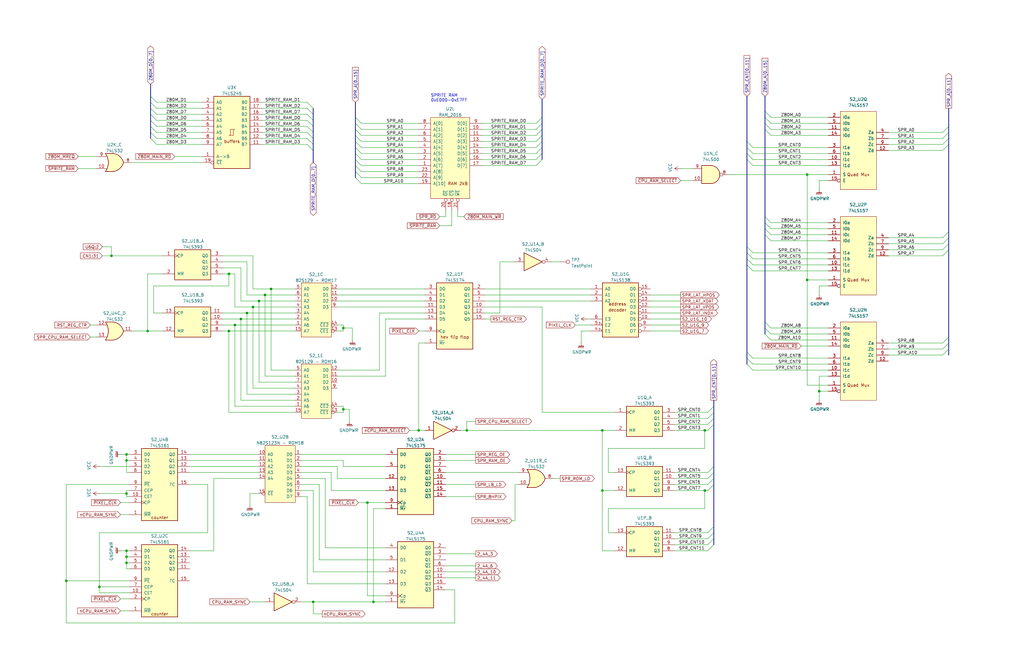
<source format=kicad_sch>
(kicad_sch (version 20230121) (generator eeschema)
  (paper "B")
  (title_block (title "Slapfight Arcade PCB") (company "Schematics created by Neil Ward & Anton Gale"))
  (junction (at 53.34 237.49))
  (junction (at 176.53 181.61))
  (junction (at 53.34 194.31))
  (junction (at 132.08 254))
  (junction (at 27.94 245.11))
  (junction (at 144.78 172.72))
  (junction (at 41.91 247.65))
  (junction (at 109.22 127))
  (junction (at 144.78 138.43))
  (junction (at 101.6 134.62))
  (junction (at 254 207.01))
  (junction (at 99.06 137.16))
  (junction (at 196.85 181.61))
  (junction (at 254 181.61))
  (junction (at 297.18 181.61))
  (junction (at 297.18 207.01))
  (junction (at 340.36 73.66))
  (junction (at 96.52 115.57))
  (junction (at 104.14 132.08))
  (junction (at 114.3 121.92))
  (junction (at 157.48 254))
  (junction (at 62.23 139.7))
  (junction (at 46.99 107.95))
  (junction (at 111.76 124.46))
  (junction (at 53.34 191.77))
  (junction (at 106.68 129.54))
  (junction (at 154.94 212.09))
  (junction (at 96.52 139.7))
  (junction (at 53.34 208.28))
  (junction (at 53.34 232.41))
  (junction (at 340.36 118.11))
  (junction (at 345.44 165.1))
  (junction (at 53.34 234.95))
  (bus_entry (at 152.4 77.47) (size -2.54 -2.54))
  (bus_entry (at 152.4 64.77) (size -2.54 -2.54))
  (bus_entry (at 298.45 224.79) (size 2.54 -2.54))
  (bus_entry (at 129.54 53.34) (size 2.54 2.54))
  (bus_entry (at 397.51 105.41) (size 2.54 -2.54))
  (bus_entry (at 317.5 153.67) (size -2.54 -2.54))
  (bus_entry (at 317.5 62.23) (size -2.54 -2.54))
  (bus_entry (at 129.54 58.42) (size 2.54 2.54))
  (bus_entry (at 325.12 143.51) (size -2.54 -2.54))
  (bus_entry (at 317.5 111.76) (size -2.54 -2.54))
  (bus_entry (at 66.04 45.72) (size -2.54 -2.54))
  (bus_entry (at 66.04 48.26) (size -2.54 -2.54))
  (bus_entry (at 298.45 229.87) (size 2.54 -2.54))
  (bus_entry (at 397.51 102.87) (size 2.54 -2.54))
  (bus_entry (at 152.4 52.07) (size -2.54 -2.54))
  (bus_entry (at 397.51 100.33) (size 2.54 -2.54))
  (bus_entry (at 226.06 62.23) (size 2.54 -2.54))
  (bus_entry (at 317.5 151.13) (size -2.54 -2.54))
  (bus_entry (at 152.4 62.23) (size -2.54 -2.54))
  (bus_entry (at 397.51 58.42) (size 2.54 -2.54))
  (bus_entry (at 226.06 59.69) (size 2.54 -2.54))
  (bus_entry (at 298.45 204.47) (size 2.54 -2.54))
  (bus_entry (at 66.04 58.42) (size -2.54 -2.54))
  (bus_entry (at 298.45 227.33) (size 2.54 -2.54))
  (bus_entry (at 129.54 48.26) (size 2.54 2.54))
  (bus_entry (at 152.4 54.61) (size -2.54 -2.54))
  (bus_entry (at 317.5 69.85) (size -2.54 -2.54))
  (bus_entry (at 226.06 69.85) (size 2.54 -2.54))
  (bus_entry (at 152.4 69.85) (size -2.54 -2.54))
  (bus_entry (at 226.06 67.31) (size 2.54 -2.54))
  (bus_entry (at 152.4 67.31) (size -2.54 -2.54))
  (bus_entry (at 325.12 138.43) (size -2.54 -2.54))
  (bus_entry (at 397.51 63.5) (size 2.54 -2.54))
  (bus_entry (at 317.5 67.31) (size -2.54 -2.54))
  (bus_entry (at 325.12 54.61) (size -2.54 -2.54))
  (bus_entry (at 325.12 52.07) (size -2.54 -2.54))
  (bus_entry (at 129.54 55.88) (size 2.54 2.54))
  (bus_entry (at 397.51 55.88) (size 2.54 -2.54))
  (bus_entry (at 317.5 109.22) (size -2.54 -2.54))
  (bus_entry (at 298.45 176.53) (size 2.54 -2.54))
  (bus_entry (at 298.45 173.99) (size 2.54 -2.54))
  (bus_entry (at 298.45 181.61) (size 2.54 -2.54))
  (bus_entry (at 298.45 179.07) (size 2.54 -2.54))
  (bus_entry (at 66.04 55.88) (size -2.54 -2.54))
  (bus_entry (at 397.51 107.95) (size 2.54 -2.54))
  (bus_entry (at 397.51 60.96) (size 2.54 -2.54))
  (bus_entry (at 317.5 114.3) (size -2.54 -2.54))
  (bus_entry (at 325.12 101.6) (size -2.54 -2.54))
  (bus_entry (at 325.12 93.98) (size -2.54 -2.54))
  (bus_entry (at 66.04 43.18) (size -2.54 -2.54))
  (bus_entry (at 152.4 74.93) (size -2.54 -2.54))
  (bus_entry (at 317.5 156.21) (size -2.54 -2.54))
  (bus_entry (at 317.5 106.68) (size -2.54 -2.54))
  (bus_entry (at 298.45 207.01) (size 2.54 -2.54))
  (bus_entry (at 226.06 52.07) (size 2.54 -2.54))
  (bus_entry (at 66.04 60.96) (size -2.54 -2.54))
  (bus_entry (at 129.54 60.96) (size 2.54 2.54))
  (bus_entry (at 66.04 53.34) (size -2.54 -2.54))
  (bus_entry (at 152.4 57.15) (size -2.54 -2.54))
  (bus_entry (at 325.12 49.53) (size -2.54 -2.54))
  (bus_entry (at 298.45 201.93) (size 2.54 -2.54))
  (bus_entry (at 152.4 72.39) (size -2.54 -2.54))
  (bus_entry (at 298.45 199.39) (size 2.54 -2.54))
  (bus_entry (at 129.54 45.72) (size 2.54 2.54))
  (bus_entry (at 325.12 99.06) (size -2.54 -2.54))
  (bus_entry (at 325.12 96.52) (size -2.54 -2.54))
  (bus_entry (at 298.45 232.41) (size 2.54 -2.54))
  (bus_entry (at 226.06 64.77) (size 2.54 -2.54))
  (bus_entry (at 397.51 147.32) (size 2.54 -2.54))
  (bus_entry (at 317.5 64.77) (size -2.54 -2.54))
  (bus_entry (at 325.12 57.15) (size -2.54 -2.54))
  (bus_entry (at 66.04 50.8) (size -2.54 -2.54))
  (bus_entry (at 397.51 149.86) (size 2.54 -2.54))
  (bus_entry (at 325.12 140.97) (size -2.54 -2.54))
  (bus_entry (at 226.06 57.15) (size 2.54 -2.54))
  (bus_entry (at 397.51 144.78) (size 2.54 -2.54))
  (bus_entry (at 129.54 43.18) (size 2.54 2.54))
  (bus_entry (at 226.06 54.61) (size 2.54 -2.54))
  (bus_entry (at 129.54 50.8) (size 2.54 2.54))
  (bus_entry (at 152.4 59.69) (size -2.54 -2.54))
  (wire (pts (xy 144.78 196.85) (xy 162.56 196.85)))
  (wire (pts (xy 176.53 62.23) (xy 152.4 62.23)))
  (wire (pts (xy 228.6 173.99) (xy 259.08 173.99)))
  (wire (pts (xy 38.1 137.16) (xy 40.64 137.16)))
  (bus (pts (xy 63.5 55.88) (xy 63.5 53.34)))
  (wire (pts (xy 54.61 199.39) (xy 53.34 199.39)))
  (bus (pts (xy 314.96 40.64) (xy 314.96 59.69)))
  (wire (pts (xy 340.36 73.66) (xy 349.25 73.66)))
  (wire (pts (xy 162.56 214.63) (xy 157.48 214.63)))
  (wire (pts (xy 99.06 115.57) (xy 99.06 129.54)))
  (bus (pts (xy 300.99 199.39) (xy 300.99 201.93)))
  (bus (pts (xy 300.99 227.33) (xy 300.99 229.87)))
  (wire (pts (xy 217.17 204.47) (xy 217.17 219.71)))
  (bus (pts (xy 63.5 45.72) (xy 63.5 43.18)))
  (bus (pts (xy 149.86 62.23) (xy 149.86 64.77)))
  (wire (pts (xy 176.53 59.69) (xy 152.4 59.69)))
  (wire (pts (xy 142.24 201.93) (xy 162.56 201.93)))
  (wire (pts (xy 349.25 158.75) (xy 345.44 158.75)))
  (wire (pts (xy 104.14 124.46) (xy 104.14 110.49)))
  (wire (pts (xy 193.04 88.9) (xy 193.04 91.44)))
  (wire (pts (xy 55.88 139.7) (xy 62.23 139.7)))
  (wire (pts (xy 124.46 161.29) (xy 109.22 161.29)))
  (wire (pts (xy 274.32 129.54) (xy 287.02 129.54)))
  (wire (pts (xy 124.46 163.83) (xy 106.68 163.83)))
  (wire (pts (xy 210.82 132.08) (xy 210.82 110.49)))
  (wire (pts (xy 317.5 106.68) (xy 349.25 106.68)))
  (wire (pts (xy 245.11 139.7) (xy 245.11 144.78)))
  (wire (pts (xy 41.91 208.28) (xy 53.34 208.28)))
  (wire (pts (xy 187.96 233.68) (xy 200.66 233.68)))
  (wire (pts (xy 191.77 248.92) (xy 191.77 262.89)))
  (bus (pts (xy 149.86 43.18) (xy 149.86 49.53)))
  (wire (pts (xy 62.23 115.57) (xy 62.23 139.7)))
  (wire (pts (xy 110.49 60.96) (xy 129.54 60.96)))
  (wire (pts (xy 85.09 48.26) (xy 66.04 48.26)))
  (wire (pts (xy 297.18 181.61) (xy 298.45 181.61)))
  (bus (pts (xy 132.08 58.42) (xy 132.08 60.96)))
  (wire (pts (xy 176.53 52.07) (xy 152.4 52.07)))
  (wire (pts (xy 127 191.77) (xy 162.56 191.77)))
  (wire (pts (xy 349.25 140.97) (xy 325.12 140.97)))
  (bus (pts (xy 149.86 49.53) (xy 149.86 52.07)))
  (wire (pts (xy 254 207.01) (xy 254 181.61)))
  (wire (pts (xy 142.24 171.45) (xy 144.78 171.45)))
  (wire (pts (xy 349.25 52.07) (xy 325.12 52.07)))
  (bus (pts (xy 149.86 54.61) (xy 149.86 57.15)))
  (wire (pts (xy 68.58 139.7) (xy 62.23 139.7)))
  (wire (pts (xy 41.91 247.65) (xy 54.61 247.65)))
  (wire (pts (xy 96.52 139.7) (xy 124.46 139.7)))
  (wire (pts (xy 254 232.41) (xy 254 207.01)))
  (bus (pts (xy 322.58 46.99) (xy 322.58 49.53)))
  (wire (pts (xy 110.49 43.18) (xy 129.54 43.18)))
  (bus (pts (xy 300.99 196.85) (xy 300.99 199.39)))
  (wire (pts (xy 53.34 234.95) (xy 53.34 232.41)))
  (wire (pts (xy 317.5 114.3) (xy 349.25 114.3)))
  (bus (pts (xy 149.86 69.85) (xy 149.86 72.39)))
  (wire (pts (xy 374.65 58.42) (xy 397.51 58.42)))
  (wire (pts (xy 284.48 204.47) (xy 298.45 204.47)))
  (wire (pts (xy 187.96 191.77) (xy 200.66 191.77)))
  (wire (pts (xy 176.53 69.85) (xy 152.4 69.85)))
  (wire (pts (xy 187.96 248.92) (xy 191.77 248.92)))
  (bus (pts (xy 132.08 48.26) (xy 132.08 50.8)))
  (wire (pts (xy 53.34 232.41) (xy 50.8 232.41)))
  (bus (pts (xy 228.6 59.69) (xy 228.6 57.15)))
  (wire (pts (xy 187.96 241.3) (xy 200.66 241.3)))
  (wire (pts (xy 85.09 50.8) (xy 66.04 50.8)))
  (wire (pts (xy 187.96 209.55) (xy 200.66 209.55)))
  (wire (pts (xy 85.09 55.88) (xy 66.04 55.88)))
  (bus (pts (xy 322.58 54.61) (xy 322.58 91.44)))
  (wire (pts (xy 109.22 161.29) (xy 109.22 127)))
  (wire (pts (xy 284.48 176.53) (xy 298.45 176.53)))
  (wire (pts (xy 345.44 120.65) (xy 349.25 120.65)))
  (wire (pts (xy 284.48 179.07) (xy 298.45 179.07)))
  (wire (pts (xy 96.52 173.99) (xy 96.52 139.7)))
  (wire (pts (xy 187.96 88.9) (xy 187.96 91.44)))
  (wire (pts (xy 142.24 139.7) (xy 144.78 139.7)))
  (wire (pts (xy 101.6 168.91) (xy 101.6 134.62)))
  (wire (pts (xy 274.32 124.46) (xy 287.02 124.46)))
  (wire (pts (xy 144.78 137.16) (xy 144.78 138.43)))
  (wire (pts (xy 93.98 137.16) (xy 99.06 137.16)))
  (wire (pts (xy 176.53 181.61) (xy 179.07 181.61)))
  (wire (pts (xy 204.47 127) (xy 248.92 127)))
  (wire (pts (xy 110.49 45.72) (xy 129.54 45.72)))
  (wire (pts (xy 345.44 158.75) (xy 345.44 165.1)))
  (wire (pts (xy 254 207.01) (xy 259.08 207.01)))
  (bus (pts (xy 149.86 64.77) (xy 149.86 67.31)))
  (wire (pts (xy 142.24 137.16) (xy 144.78 137.16)))
  (wire (pts (xy 96.52 115.57) (xy 99.06 115.57)))
  (bus (pts (xy 400.05 58.42) (xy 400.05 55.88)))
  (wire (pts (xy 96.52 120.65) (xy 64.77 120.65)))
  (wire (pts (xy 345.44 165.1) (xy 349.25 165.1)))
  (bus (pts (xy 228.6 62.23) (xy 228.6 59.69)))
  (bus (pts (xy 400.05 55.88) (xy 400.05 53.34)))
  (wire (pts (xy 50.8 212.09) (xy 54.61 212.09)))
  (wire (pts (xy 104.14 110.49) (xy 93.98 110.49)))
  (wire (pts (xy 287.02 76.2) (xy 292.1 76.2)))
  (wire (pts (xy 187.96 199.39) (xy 218.44 199.39)))
  (wire (pts (xy 232.41 110.49) (xy 236.22 110.49)))
  (wire (pts (xy 191.77 262.89) (xy 27.94 262.89)))
  (wire (pts (xy 106.68 129.54) (xy 99.06 129.54)))
  (wire (pts (xy 93.98 139.7) (xy 96.52 139.7)))
  (wire (pts (xy 160.02 132.08) (xy 179.07 132.08)))
  (wire (pts (xy 80.01 204.47) (xy 87.63 204.47)))
  (wire (pts (xy 374.65 147.32) (xy 397.51 147.32)))
  (wire (pts (xy 210.82 110.49) (xy 217.17 110.49)))
  (wire (pts (xy 50.8 257.81) (xy 54.61 257.81)))
  (wire (pts (xy 43.18 104.14) (xy 46.99 104.14)))
  (bus (pts (xy 228.6 54.61) (xy 228.6 52.07)))
  (wire (pts (xy 127 199.39) (xy 139.7 199.39)))
  (wire (pts (xy 176.53 144.78) (xy 176.53 181.61)))
  (wire (pts (xy 105.41 254) (xy 111.76 254)))
  (bus (pts (xy 149.86 59.69) (xy 149.86 62.23)))
  (wire (pts (xy 54.61 232.41) (xy 53.34 232.41)))
  (wire (pts (xy 160.02 156.21) (xy 160.02 132.08)))
  (wire (pts (xy 142.24 156.21) (xy 160.02 156.21)))
  (wire (pts (xy 33.02 66.04) (xy 40.64 66.04)))
  (wire (pts (xy 172.72 181.61) (xy 176.53 181.61)))
  (wire (pts (xy 139.7 199.39) (xy 139.7 207.01)))
  (wire (pts (xy 93.98 132.08) (xy 104.14 132.08)))
  (wire (pts (xy 284.48 173.99) (xy 298.45 173.99)))
  (wire (pts (xy 203.2 64.77) (xy 226.06 64.77)))
  (bus (pts (xy 63.5 48.26) (xy 63.5 45.72)))
  (wire (pts (xy 345.44 120.65) (xy 345.44 124.46)))
  (bus (pts (xy 400.05 144.78) (xy 400.05 147.32)))
  (wire (pts (xy 256.54 189.23) (xy 297.18 189.23)))
  (wire (pts (xy 53.34 209.55) (xy 53.34 208.28)))
  (wire (pts (xy 142.24 121.92) (xy 179.07 121.92)))
  (wire (pts (xy 54.61 194.31) (xy 53.34 194.31)))
  (wire (pts (xy 151.13 212.09) (xy 154.94 212.09)))
  (bus (pts (xy 300.99 176.53) (xy 300.99 179.07)))
  (wire (pts (xy 203.2 54.61) (xy 226.06 54.61)))
  (bus (pts (xy 400.05 100.33) (xy 400.05 102.87)))
  (wire (pts (xy 374.65 55.88) (xy 397.51 55.88)))
  (bus (pts (xy 314.96 109.22) (xy 314.96 111.76)))
  (wire (pts (xy 144.78 138.43) (xy 144.78 139.7)))
  (bus (pts (xy 400.05 142.24) (xy 400.05 144.78)))
  (wire (pts (xy 284.48 207.01) (xy 297.18 207.01)))
  (bus (pts (xy 63.5 58.42) (xy 63.5 55.88)))
  (wire (pts (xy 187.96 238.76) (xy 200.66 238.76)))
  (wire (pts (xy 27.94 245.11) (xy 54.61 245.11)))
  (wire (pts (xy 50.8 217.17) (xy 54.61 217.17)))
  (wire (pts (xy 196.85 181.61) (xy 254 181.61)))
  (wire (pts (xy 200.66 177.8) (xy 196.85 177.8)))
  (wire (pts (xy 179.07 134.62) (xy 162.56 134.62)))
  (wire (pts (xy 274.32 132.08) (xy 287.02 132.08)))
  (bus (pts (xy 400.05 102.87) (xy 400.05 105.41)))
  (bus (pts (xy 400.05 105.41) (xy 400.05 142.24)))
  (wire (pts (xy 132.08 259.08) (xy 132.08 254)))
  (wire (pts (xy 144.78 138.43) (xy 148.59 138.43)))
  (wire (pts (xy 374.65 63.5) (xy 397.51 63.5)))
  (wire (pts (xy 111.76 124.46) (xy 104.14 124.46)))
  (wire (pts (xy 349.25 138.43) (xy 325.12 138.43)))
  (wire (pts (xy 85.09 45.72) (xy 66.04 45.72)))
  (wire (pts (xy 41.91 224.79) (xy 41.91 247.65)))
  (bus (pts (xy 314.96 62.23) (xy 314.96 64.77)))
  (wire (pts (xy 85.09 60.96) (xy 66.04 60.96)))
  (bus (pts (xy 228.6 64.77) (xy 228.6 62.23)))
  (wire (pts (xy 284.48 227.33) (xy 298.45 227.33)))
  (wire (pts (xy 27.94 262.89) (xy 27.94 245.11)))
  (wire (pts (xy 287.02 71.12) (xy 292.1 71.12)))
  (wire (pts (xy 157.48 214.63) (xy 157.48 254)))
  (wire (pts (xy 349.25 118.11) (xy 340.36 118.11)))
  (wire (pts (xy 144.78 172.72) (xy 147.32 172.72)))
  (wire (pts (xy 80.01 199.39) (xy 109.22 199.39)))
  (wire (pts (xy 142.24 196.85) (xy 142.24 201.93)))
  (wire (pts (xy 187.96 243.84) (xy 200.66 243.84)))
  (wire (pts (xy 124.46 171.45) (xy 99.06 171.45)))
  (wire (pts (xy 203.2 57.15) (xy 226.06 57.15)))
  (wire (pts (xy 185.42 95.25) (xy 190.5 95.25)))
  (wire (pts (xy 215.9 219.71) (xy 217.17 219.71)))
  (wire (pts (xy 127 196.85) (xy 142.24 196.85)))
  (wire (pts (xy 54.61 204.47) (xy 27.94 204.47)))
  (wire (pts (xy 54.61 237.49) (xy 53.34 237.49)))
  (bus (pts (xy 300.99 179.07) (xy 300.99 196.85)))
  (wire (pts (xy 349.25 101.6) (xy 325.12 101.6)))
  (wire (pts (xy 317.5 153.67) (xy 349.25 153.67)))
  (wire (pts (xy 256.54 189.23) (xy 256.54 199.39)))
  (wire (pts (xy 53.34 240.03) (xy 53.34 237.49)))
  (bus (pts (xy 149.86 52.07) (xy 149.86 54.61)))
  (bus (pts (xy 132.08 50.8) (xy 132.08 53.34)))
  (wire (pts (xy 41.91 247.65) (xy 41.91 250.19)))
  (wire (pts (xy 124.46 129.54) (xy 106.68 129.54)))
  (wire (pts (xy 256.54 214.63) (xy 256.54 224.79)))
  (bus (pts (xy 300.99 173.99) (xy 300.99 176.53)))
  (bus (pts (xy 322.58 138.43) (xy 322.58 140.97)))
  (wire (pts (xy 154.94 212.09) (xy 154.94 251.46)))
  (wire (pts (xy 41.91 250.19) (xy 54.61 250.19)))
  (wire (pts (xy 193.04 91.44) (xy 195.58 91.44)))
  (wire (pts (xy 132.08 254) (xy 157.48 254)))
  (wire (pts (xy 218.44 204.47) (xy 217.17 204.47)))
  (wire (pts (xy 204.47 129.54) (xy 228.6 129.54)))
  (wire (pts (xy 135.89 259.08) (xy 132.08 259.08)))
  (wire (pts (xy 111.76 158.75) (xy 111.76 124.46)))
  (bus (pts (xy 400.05 60.96) (xy 400.05 58.42)))
  (wire (pts (xy 349.25 49.53) (xy 325.12 49.53)))
  (wire (pts (xy 259.08 232.41) (xy 254 232.41)))
  (wire (pts (xy 176.53 72.39) (xy 152.4 72.39)))
  (bus (pts (xy 300.99 201.93) (xy 300.99 204.47)))
  (wire (pts (xy 90.17 232.41) (xy 80.01 232.41)))
  (wire (pts (xy 256.54 214.63) (xy 297.18 214.63)))
  (wire (pts (xy 254 181.61) (xy 259.08 181.61)))
  (wire (pts (xy 41.91 196.85) (xy 54.61 196.85)))
  (wire (pts (xy 337.82 146.05) (xy 349.25 146.05)))
  (wire (pts (xy 345.44 76.2) (xy 349.25 76.2)))
  (wire (pts (xy 85.09 53.34) (xy 66.04 53.34)))
  (bus (pts (xy 322.58 93.98) (xy 322.58 96.52)))
  (wire (pts (xy 340.36 118.11) (xy 340.36 73.66)))
  (wire (pts (xy 256.54 224.79) (xy 259.08 224.79)))
  (wire (pts (xy 137.16 201.93) (xy 137.16 231.14)))
  (wire (pts (xy 134.62 236.22) (xy 134.62 204.47)))
  (bus (pts (xy 63.5 40.64) (xy 63.5 35.56)))
  (wire (pts (xy 176.53 77.47) (xy 152.4 77.47)))
  (wire (pts (xy 317.5 111.76) (xy 349.25 111.76)))
  (wire (pts (xy 204.47 124.46) (xy 248.92 124.46)))
  (wire (pts (xy 33.02 71.12) (xy 40.64 71.12)))
  (wire (pts (xy 96.52 115.57) (xy 96.52 120.65)))
  (bus (pts (xy 63.5 43.18) (xy 63.5 40.64)))
  (wire (pts (xy 190.5 95.25) (xy 190.5 88.9)))
  (wire (pts (xy 187.96 204.47) (xy 200.66 204.47)))
  (wire (pts (xy 110.49 50.8) (xy 129.54 50.8)))
  (wire (pts (xy 228.6 129.54) (xy 228.6 173.99)))
  (wire (pts (xy 317.5 151.13) (xy 349.25 151.13)))
  (wire (pts (xy 87.63 204.47) (xy 87.63 224.79)))
  (wire (pts (xy 73.66 66.04) (xy 85.09 66.04)))
  (wire (pts (xy 127 194.31) (xy 144.78 194.31)))
  (bus (pts (xy 322.58 96.52) (xy 322.58 99.06)))
  (wire (pts (xy 349.25 57.15) (xy 325.12 57.15)))
  (wire (pts (xy 106.68 107.95) (xy 93.98 107.95)))
  (wire (pts (xy 87.63 224.79) (xy 41.91 224.79)))
  (wire (pts (xy 99.06 137.16) (xy 124.46 137.16)))
  (wire (pts (xy 46.99 104.14) (xy 46.99 107.95)))
  (wire (pts (xy 297.18 181.61) (xy 297.18 189.23)))
  (wire (pts (xy 53.34 208.28) (xy 53.34 207.01)))
  (wire (pts (xy 162.56 236.22) (xy 134.62 236.22)))
  (wire (pts (xy 127 201.93) (xy 137.16 201.93)))
  (wire (pts (xy 106.68 163.83) (xy 106.68 129.54)))
  (wire (pts (xy 345.44 76.2) (xy 345.44 80.01)))
  (wire (pts (xy 374.65 144.78) (xy 397.51 144.78)))
  (bus (pts (xy 400.05 60.96) (xy 400.05 97.79)))
  (wire (pts (xy 284.48 201.93) (xy 298.45 201.93)))
  (wire (pts (xy 284.48 224.79) (xy 298.45 224.79)))
  (wire (pts (xy 38.1 142.24) (xy 40.64 142.24)))
  (wire (pts (xy 101.6 127) (xy 101.6 113.03)))
  (wire (pts (xy 110.49 58.42) (xy 129.54 58.42)))
  (bus (pts (xy 322.58 135.89) (xy 322.58 138.43)))
  (wire (pts (xy 142.24 173.99) (xy 144.78 173.99)))
  (wire (pts (xy 134.62 204.47) (xy 127 204.47)))
  (wire (pts (xy 154.94 251.46) (xy 162.56 251.46)))
  (wire (pts (xy 340.36 162.56) (xy 340.36 118.11)))
  (wire (pts (xy 104.14 132.08) (xy 124.46 132.08)))
  (wire (pts (xy 374.65 105.41) (xy 397.51 105.41)))
  (wire (pts (xy 93.98 134.62) (xy 101.6 134.62)))
  (wire (pts (xy 109.22 127) (xy 101.6 127)))
  (bus (pts (xy 314.96 148.59) (xy 314.96 151.13)))
  (wire (pts (xy 284.48 232.41) (xy 298.45 232.41)))
  (wire (pts (xy 127 254) (xy 132.08 254)))
  (wire (pts (xy 274.32 127) (xy 287.02 127)))
  (wire (pts (xy 85.09 58.42) (xy 66.04 58.42)))
  (bus (pts (xy 314.96 106.68) (xy 314.96 109.22)))
  (wire (pts (xy 203.2 62.23) (xy 226.06 62.23)))
  (bus (pts (xy 300.99 222.25) (xy 300.99 224.79)))
  (wire (pts (xy 176.53 74.93) (xy 152.4 74.93)))
  (wire (pts (xy 162.56 246.38) (xy 129.54 246.38)))
  (bus (pts (xy 322.58 91.44) (xy 322.58 93.98)))
  (wire (pts (xy 317.5 156.21) (xy 349.25 156.21)))
  (wire (pts (xy 127 209.55) (xy 129.54 209.55)))
  (bus (pts (xy 314.96 151.13) (xy 314.96 153.67)))
  (bus (pts (xy 132.08 63.5) (xy 132.08 68.58)))
  (wire (pts (xy 124.46 127) (xy 109.22 127)))
  (bus (pts (xy 63.5 53.34) (xy 63.5 50.8)))
  (bus (pts (xy 400.05 147.32) (xy 400.05 149.86)))
  (wire (pts (xy 127 207.01) (xy 132.08 207.01)))
  (bus (pts (xy 400.05 53.34) (xy 400.05 45.72)))
  (wire (pts (xy 203.2 59.69) (xy 226.06 59.69)))
  (wire (pts (xy 53.34 194.31) (xy 53.34 191.77)))
  (wire (pts (xy 54.61 191.77) (xy 53.34 191.77)))
  (wire (pts (xy 307.34 73.66) (xy 340.36 73.66)))
  (wire (pts (xy 317.5 62.23) (xy 349.25 62.23)))
  (wire (pts (xy 176.53 57.15) (xy 152.4 57.15)))
  (wire (pts (xy 144.78 171.45) (xy 144.78 172.72)))
  (bus (pts (xy 314.96 64.77) (xy 314.96 67.31)))
  (wire (pts (xy 284.48 199.39) (xy 298.45 199.39)))
  (wire (pts (xy 203.2 67.31) (xy 226.06 67.31)))
  (wire (pts (xy 80.01 194.31) (xy 109.22 194.31)))
  (wire (pts (xy 104.14 166.37) (xy 104.14 132.08)))
  (bus (pts (xy 63.5 50.8) (xy 63.5 48.26)))
  (wire (pts (xy 284.48 229.87) (xy 298.45 229.87)))
  (bus (pts (xy 228.6 67.31) (xy 228.6 64.77)))
  (wire (pts (xy 248.92 139.7) (xy 245.11 139.7)))
  (wire (pts (xy 176.53 139.7) (xy 179.07 139.7)))
  (bus (pts (xy 314.96 111.76) (xy 314.96 148.59)))
  (wire (pts (xy 142.24 127) (xy 179.07 127)))
  (wire (pts (xy 142.24 124.46) (xy 179.07 124.46)))
  (wire (pts (xy 144.78 194.31) (xy 144.78 196.85)))
  (wire (pts (xy 162.56 134.62) (xy 162.56 158.75)))
  (bus (pts (xy 228.6 52.07) (xy 228.6 49.53)))
  (wire (pts (xy 46.99 107.95) (xy 68.58 107.95)))
  (wire (pts (xy 176.53 67.31) (xy 152.4 67.31)))
  (wire (pts (xy 233.68 201.93) (xy 236.22 201.93)))
  (wire (pts (xy 27.94 204.47) (xy 27.94 245.11)))
  (bus (pts (xy 314.96 59.69) (xy 314.96 62.23)))
  (wire (pts (xy 62.23 115.57) (xy 68.58 115.57)))
  (wire (pts (xy 101.6 134.62) (xy 124.46 134.62)))
  (wire (pts (xy 317.5 67.31) (xy 349.25 67.31)))
  (wire (pts (xy 50.8 252.73) (xy 54.61 252.73)))
  (bus (pts (xy 149.86 67.31) (xy 149.86 69.85)))
  (wire (pts (xy 64.77 120.65) (xy 64.77 132.08)))
  (wire (pts (xy 187.96 194.31) (xy 200.66 194.31)))
  (wire (pts (xy 349.25 162.56) (xy 340.36 162.56)))
  (bus (pts (xy 300.99 224.79) (xy 300.99 227.33)))
  (wire (pts (xy 142.24 129.54) (xy 179.07 129.54)))
  (wire (pts (xy 274.32 137.16) (xy 287.02 137.16)))
  (wire (pts (xy 247.65 134.62) (xy 248.92 134.62)))
  (wire (pts (xy 176.53 54.61) (xy 152.4 54.61)))
  (wire (pts (xy 53.34 194.31) (xy 53.34 199.39)))
  (wire (pts (xy 196.85 177.8) (xy 196.85 181.61)))
  (wire (pts (xy 124.46 124.46) (xy 111.76 124.46)))
  (wire (pts (xy 139.7 207.01) (xy 162.56 207.01)))
  (bus (pts (xy 132.08 45.72) (xy 132.08 48.26)))
  (wire (pts (xy 256.54 199.39) (xy 259.08 199.39)))
  (wire (pts (xy 162.56 158.75) (xy 142.24 158.75)))
  (wire (pts (xy 132.08 207.01) (xy 132.08 241.3)))
  (bus (pts (xy 322.58 49.53) (xy 322.58 52.07)))
  (wire (pts (xy 203.2 69.85) (xy 226.06 69.85)))
  (bus (pts (xy 132.08 60.96) (xy 132.08 63.5)))
  (wire (pts (xy 274.32 134.62) (xy 287.02 134.62)))
  (wire (pts (xy 99.06 171.45) (xy 99.06 137.16)))
  (wire (pts (xy 345.44 165.1) (xy 345.44 168.91)))
  (wire (pts (xy 242.57 137.16) (xy 248.92 137.16)))
  (wire (pts (xy 93.98 115.57) (xy 96.52 115.57)))
  (wire (pts (xy 317.5 69.85) (xy 349.25 69.85)))
  (wire (pts (xy 114.3 121.92) (xy 106.68 121.92)))
  (wire (pts (xy 53.34 237.49) (xy 53.34 234.95)))
  (wire (pts (xy 101.6 113.03) (xy 93.98 113.03)))
  (wire (pts (xy 85.09 43.18) (xy 66.04 43.18)))
  (wire (pts (xy 124.46 173.99) (xy 96.52 173.99)))
  (wire (pts (xy 297.18 207.01) (xy 297.18 214.63)))
  (wire (pts (xy 176.53 64.77) (xy 152.4 64.77)))
  (wire (pts (xy 80.01 196.85) (xy 109.22 196.85)))
  (wire (pts (xy 157.48 254) (xy 162.56 254)))
  (wire (pts (xy 55.88 68.58) (xy 85.09 68.58)))
  (wire (pts (xy 124.46 168.91) (xy 101.6 168.91)))
  (bus (pts (xy 228.6 49.53) (xy 228.6 41.91)))
  (wire (pts (xy 144.78 172.72) (xy 144.78 173.99)))
  (bus (pts (xy 149.86 57.15) (xy 149.86 59.69)))
  (wire (pts (xy 194.31 181.61) (xy 196.85 181.61)))
  (wire (pts (xy 204.47 132.08) (xy 210.82 132.08)))
  (wire (pts (xy 90.17 201.93) (xy 90.17 232.41)))
  (wire (pts (xy 109.22 201.93) (xy 90.17 201.93)))
  (wire (pts (xy 204.47 134.62) (xy 207.01 134.62)))
  (bus (pts (xy 314.96 67.31) (xy 314.96 104.14)))
  (bus (pts (xy 300.99 204.47) (xy 300.99 222.25)))
  (bus (pts (xy 132.08 55.88) (xy 132.08 58.42)))
  (wire (pts (xy 124.46 158.75) (xy 111.76 158.75)))
  (wire (pts (xy 349.25 143.51) (xy 325.12 143.51)))
  (wire (pts (xy 317.5 109.22) (xy 349.25 109.22)))
  (wire (pts (xy 179.07 144.78) (xy 176.53 144.78)))
  (bus (pts (xy 322.58 99.06) (xy 322.58 135.89)))
  (wire (pts (xy 284.48 181.61) (xy 297.18 181.61)))
  (bus (pts (xy 300.99 168.91) (xy 300.99 171.45)))
  (wire (pts (xy 185.42 91.44) (xy 187.96 91.44)))
  (bus (pts (xy 300.99 171.45) (xy 300.99 173.99)))
  (wire (pts (xy 349.25 99.06) (xy 325.12 99.06)))
  (wire (pts (xy 124.46 156.21) (xy 114.3 156.21)))
  (wire (pts (xy 374.65 107.95) (xy 397.51 107.95)))
  (wire (pts (xy 124.46 121.92) (xy 114.3 121.92)))
  (bus (pts (xy 149.86 72.39) (xy 149.86 74.93)))
  (bus (pts (xy 322.58 40.64) (xy 322.58 46.99)))
  (wire (pts (xy 106.68 121.92) (xy 106.68 107.95)))
  (wire (pts (xy 374.65 102.87) (xy 397.51 102.87)))
  (wire (pts (xy 80.01 191.77) (xy 109.22 191.77)))
  (wire (pts (xy 53.34 207.01) (xy 54.61 207.01)))
  (bus (pts (xy 322.58 52.07) (xy 322.58 54.61)))
  (wire (pts (xy 147.32 172.72) (xy 147.32 177.8)))
  (wire (pts (xy 124.46 166.37) (xy 104.14 166.37)))
  (bus (pts (xy 400.05 97.79) (xy 400.05 100.33)))
  (bus (pts (xy 132.08 53.34) (xy 132.08 55.88)))
  (wire (pts (xy 53.34 191.77) (xy 50.8 191.77)))
  (wire (pts (xy 317.5 64.77) (xy 349.25 64.77)))
  (wire (pts (xy 105.41 208.28) (xy 105.41 213.36)))
  (wire (pts (xy 297.18 207.01) (xy 298.45 207.01)))
  (wire (pts (xy 54.61 240.03) (xy 53.34 240.03)))
  (wire (pts (xy 110.49 53.34) (xy 129.54 53.34)))
  (bus (pts (xy 314.96 104.14) (xy 314.96 106.68)))
  (bus (pts (xy 228.6 57.15) (xy 228.6 54.61)))
  (wire (pts (xy 110.49 55.88) (xy 129.54 55.88)))
  (wire (pts (xy 204.47 121.92) (xy 248.92 121.92)))
  (wire (pts (xy 110.49 48.26) (xy 129.54 48.26)))
  (wire (pts (xy 109.22 208.28) (xy 105.41 208.28)))
  (wire (pts (xy 154.94 212.09) (xy 162.56 212.09)))
  (wire (pts (xy 148.59 138.43) (xy 148.59 143.51)))
  (wire (pts (xy 64.77 132.08) (xy 68.58 132.08)))
  (wire (pts (xy 54.61 234.95) (xy 53.34 234.95)))
  (wire (pts (xy 374.65 60.96) (xy 397.51 60.96)))
  (wire (pts (xy 137.16 231.14) (xy 162.56 231.14)))
  (wire (pts (xy 132.08 241.3) (xy 162.56 241.3)))
  (wire (pts (xy 54.61 209.55) (xy 53.34 209.55)))
  (wire (pts (xy 203.2 52.07) (xy 226.06 52.07)))
  (wire (pts (xy 349.25 54.61) (xy 325.12 54.61)))
  (wire (pts (xy 274.32 139.7) (xy 287.02 139.7)))
  (wire (pts (xy 43.18 107.95) (xy 46.99 107.95)))
  (wire (pts (xy 374.65 149.86) (xy 397.51 149.86)))
  (wire (pts (xy 374.65 100.33) (xy 397.51 100.33)))
  (wire (pts (xy 349.25 93.98) (xy 325.12 93.98)))
  (wire (pts (xy 129.54 246.38) (xy 129.54 209.55)))
  (wire (pts (xy 349.25 96.52) (xy 325.12 96.52)))
  (wire (pts (xy 114.3 156.21) (xy 114.3 121.92)))
  (text "SPRITE RAM\n0xE000-0xE7FF" (at 181.61 43.18 0) (effects (font (size 1.27 1.27)) (justify left bottom)))
  (label "SPR_CNT5" (at 285.764 201.93 0))
  (label "SPRITE_RAM_D1" (at 207.01 54.61 0))
  (label "SPR_CNT1" (at 337.82 64.77 180))
  (label "Z80M_A4" (at 337.82 93.98 180))
  (label "Z80M_D2" (at 78.74 45.72 180))
  (label "SPR_A0" (at 378.46 55.88 0))
  (label "SPR_CNT10" (at 337.834 156.21 180))
  (label "SPR_A3" (at 378.46 63.5 0))
  (label "Z80M_A1" (at 337.82 52.07 180))
  (label "Z80M_A5" (at 337.82 96.52 180))
  (label "SPRITE_RAM_D4" (at 111.76 58.42 0))
  (label "SPR_A2" (at 170.18 57.15 180))
  (label "SPR_A6" (at 170.18 67.31 180))
  (label "SPRITE_RAM_D5" (at 207.01 64.77 0))
  (label "SPRITE_RAM_D3" (at 207.01 59.69 0))
  (label "Z80M_A6" (at 337.82 99.06 180))
  (label "Z80M_A9" (at 337.82 140.97 180))
  (label "SPR_CNT8" (at 286.2462 224.79 0))
  (label "SPR_A2" (at 378.46 60.96 0))
  (label "SPR_CNT1" (at 285.75 176.53 0))
  (label "SPR_A10" (at 170.18 77.47 180))
  (label "Z80M_A3" (at 337.82 57.15 180))
  (label "SPR_CNT2" (at 285.736 179.07 0))
  (label "SPRITE_RAM_D2" (at 207.01 57.15 0))
  (label "SPRITE_RAM_D7" (at 111.76 48.26 0))
  (label "SPRITE_RAM_D5" (at 111.76 55.88 0))
  (label "SPR_CNT5" (at 337.82 109.22 180))
  (label "Z80M_D1" (at 78.74 43.18 180))
  (label "SPR_A7" (at 170.18 69.85 180))
  (label "SPR_CNT2" (at 337.834 67.31 180))
  (label "Z80M_D4" (at 78.74 58.42 180))
  (label "Z80M_D7" (at 78.74 48.26 180))
  (label "SPR_CNT3" (at 285.75 181.61 0))
  (label "SPR_A8" (at 378.46 144.78 0))
  (label "SPRITE_RAM_D0" (at 111.76 50.8 0))
  (label "Z80M_A2" (at 337.82 54.61 180))
  (label "SPR_CNT3" (at 337.82 69.85 180))
  (label "SPR_CNT7" (at 337.82 114.3 180))
  (label "SPR_CNT8" (at 337.82 151.13 180))
  (label "SPR_A3" (at 170.18 59.69 180))
  (label "SPR_CNT4" (at 285.764 199.39 0))
  (label "SPR_CNT9" (at 337.82 153.67 180))
  (label "Z80M_A7" (at 337.82 101.6 180))
  (label "SPRITE_RAM_D0" (at 207.01 52.07 0))
  (label "SPR_CNT0" (at 337.82 62.23 180))
  (label "Z80M_A0" (at 337.82 49.53 180))
  (label "SPR_CNT0" (at 285.75 173.99 0))
  (label "SPR_A10" (at 378.46 149.86 0))
  (label "SPR_A7" (at 378.46 107.95 0))
  (label "Z80M_D0" (at 78.74 50.8 180))
  (label "SPR_A4" (at 170.18 62.23 180))
  (label "Z80M_A8" (at 337.82 138.43 180))
  (label "SPR_A5" (at 378.46 102.87 0))
  (label "SPR_A8" (at 170.18 72.39 180))
  (label "SPRITE_RAM_D7" (at 207.01 69.85 0))
  (label "SPRITE_RAM_D6" (at 111.76 53.34 0))
  (label "SPR_CNT9" (at 286.2462 227.33 0))
  (label "SPRITE_RAM_D4" (at 207.01 62.23 0))
  (label "SPR_CNT6" (at 337.834 111.76 180))
  (label "SPR_CNT7" (at 285.764 207.01 0))
  (label "SPRITE_RAM_D1" (at 111.76 43.18 0))
  (label "Z80M_D6" (at 78.74 53.34 180))
  (label "SPR_CNT6" (at 285.75 204.47 0))
  (label "SPR_A5" (at 170.18 64.77 180))
  (label "Z80M_A10" (at 337.82 143.51 180))
  (label "SPR_A1" (at 378.46 58.42 0))
  (label "SPR_A9" (at 378.46 147.32 0))
  (label "SPR_CNT11" (at 286.2462 232.41 0))
  (label "SPR_A0" (at 170.18 52.07 180))
  (label "SPR_A9" (at 170.18 74.93 180))
  (label "SPRITE_RAM_D2" (at 111.76 45.72 0))
  (label "Z80M_D5" (at 78.74 55.88 180))
  (label "SPR_A1" (at 170.18 54.61 180))
  (label "SPR_A6" (at 378.46 105.41 0))
  (label "SPRITE_RAM_D6" (at 207.01 67.31 0))
  (label "SPR_CNT4" (at 337.82 106.68 180))
  (label "SPR_A4" (at 378.46 100.33 0))
  (label "SPRITE_RAM_D3" (at 111.76 60.96 0))
  (label "Z80M_D3" (at 78.74 60.96 180))
  (label "SPR_CNT10" (at 286.2322 229.87 0))
  (global_label "~{Z80M_MAIN_WR}" (shape input) (at 195.58 91.44 0) (property "Intersheetrefs" "${INTERSHEET_REFS}" (effects hide)))
  (global_label "SPR_LAT_INDX" (shape output) (at 287.02 132.08 0) (property "Intersheetrefs" "${INTERSHEET_REFS}" (effects hide)))
  (global_label "RST_REG_CTR" (shape input) (at 38.1 137.16 180) (property "Intersheetrefs" "${INTERSHEET_REFS}" (effects hide)))
  (global_label "nCPU_RAM_SYNC" (shape input) (at 50.8 257.81 180) (property "Intersheetrefs" "${INTERSHEET_REFS}" (effects hide)))
  (global_label "RST_REG_CTR" (shape output) (at 207.01 134.62 0) (property "Intersheetrefs" "${INTERSHEET_REFS}" (effects hide)))
  (global_label "PIXEL_CLK" (shape input) (at 242.57 137.16 180) (property "Intersheetrefs" "${INTERSHEET_REFS}" (effects hide)))
  (global_label "SPR_CNT[0..11]" (shape input) (at 314.96 40.64 90) (property "Intersheetrefs" "${INTERSHEET_REFS}" (effects hide)))
  (global_label "CPU_RAM_SYNC" (shape input) (at 215.9 219.71 180) (property "Intersheetrefs" "${INTERSHEET_REFS}" (effects hide)))
  (global_label "~{Z80M_MREQ}" (shape input) (at 33.02 66.04 180) (property "Intersheetrefs" "${INTERSHEET_REFS}" (effects hide)))
  (global_label "~{PIXEL_CLK}" (shape input) (at 151.13 212.09 180) (property "Intersheetrefs" "${INTERSHEET_REFS}" (effects hide)))
  (global_label "SPR_LAT_XDAT" (shape output) (at 287.02 127 0) (property "Intersheetrefs" "${INTERSHEET_REFS}" (effects hide)))
  (global_label "~{SPRITE_RAM}" (shape input) (at 33.02 71.12 180) (property "Intersheetrefs" "${INTERSHEET_REFS}" (effects hide)))
  (global_label "U6Q:2" (shape input) (at 43.18 104.14 180) (property "Intersheetrefs" "${INTERSHEET_REFS}" (effects hide)))
  (global_label "SPR_LB_LD" (shape output) (at 200.66 204.47 0) (property "Intersheetrefs" "${INTERSHEET_REFS}" (effects hide)))
  (global_label "~{PIXEL_CLK}" (shape input) (at 50.8 252.73 180) (property "Intersheetrefs" "${INTERSHEET_REFS}" (effects hide)))
  (global_label "SPR_CPU_RAM_SELECT" (shape output) (at 200.66 177.8 0) (property "Intersheetrefs" "${INTERSHEET_REFS}" (effects hide)))
  (global_label "~{nCPU_RAM_SELECT}" (shape input) (at 172.72 181.61 180) (property "Intersheetrefs" "${INTERSHEET_REFS}" (effects hide)))
  (global_label "~{CPU_RAM_SELECT}" (shape input) (at 287.02 76.2 180) (property "Intersheetrefs" "${INTERSHEET_REFS}" (effects hide)))
  (global_label "~{Z80M_MAIN_RD}" (shape input) (at 337.82 146.05 180) (property "Intersheetrefs" "${INTERSHEET_REFS}" (effects hide)))
  (global_label "~{Z80M_MAIN_RD}" (shape input) (at 73.66 66.04 180) (property "Intersheetrefs" "${INTERSHEET_REFS}" (effects hide)))
  (global_label "~{SPR_RD}" (shape input) (at 185.42 91.44 180) (property "Intersheetrefs" "${INTERSHEET_REFS}" (effects hide)))
  (global_label "SPR_A[0..15]" (shape input) (at 149.86 43.18 90) (property "Intersheetrefs" "${INTERSHEET_REFS}" (effects hide)))
  (global_label "nCPU_RAM_SYNC" (shape input) (at 50.8 217.17 180) (property "Intersheetrefs" "${INTERSHEET_REFS}" (effects hide)))
  (global_label "2_4A_6" (shape output) (at 200.66 238.76 0) (property "Intersheetrefs" "${INTERSHEET_REFS}" (effects hide)))
  (global_label "2_4A_11" (shape output) (at 200.66 243.84 0) (property "Intersheetrefs" "${INTERSHEET_REFS}" (effects hide)))
  (global_label "S2_U1G_7" (shape output) (at 287.02 139.7 0) (property "Intersheetrefs" "${INTERSHEET_REFS}" (effects hide)))
  (global_label "SPRITE_RAM_D[0..7]" (shape bidirectional) (at 228.6 41.91 90) (property "Intersheetrefs" "${INTERSHEET_REFS}" (effects hide)))
  (global_label "nCPU_RAM_SYNC" (shape output) (at 135.89 259.08 0) (property "Intersheetrefs" "${INTERSHEET_REFS}" (effects hide)))
  (global_label "~{PIXEL_CLK}" (shape input) (at 176.53 139.7 180) (property "Intersheetrefs" "${INTERSHEET_REFS}" (effects hide)))
  (global_label "2_4A_10" (shape output) (at 200.66 241.3 0) (property "Intersheetrefs" "${INTERSHEET_REFS}" (effects hide)))
  (global_label "2_4A_3" (shape output) (at 200.66 233.68 0) (property "Intersheetrefs" "${INTERSHEET_REFS}" (effects hide)))
  (global_label "SPR_CNT[0..11]" (shape output) (at 300.99 168.91 90) (property "Intersheetrefs" "${INTERSHEET_REFS}" (effects hide)))
  (global_label "Z80M_A[0..15]" (shape input) (at 322.58 40.64 90) (property "Intersheetrefs" "${INTERSHEET_REFS}" (effects hide)))
  (global_label "S2_U1G_9" (shape output) (at 287.02 137.16 0) (property "Intersheetrefs" "${INTERSHEET_REFS}" (effects hide)))
  (global_label "CN1:31" (shape input) (at 43.18 107.95 180) (property "Intersheetrefs" "${INTERSHEET_REFS}" (effects hide)))
  (global_label "SPR_REG_OE" (shape output) (at 200.66 191.77 0) (property "Intersheetrefs" "${INTERSHEET_REFS}" (effects hide)))
  (global_label "SPR_LAT_VPOS" (shape output) (at 287.02 129.54 0) (property "Intersheetrefs" "${INTERSHEET_REFS}" (effects hide)))
  (global_label "SPR_RAM_OE" (shape output) (at 200.66 194.31 0) (property "Intersheetrefs" "${INTERSHEET_REFS}" (effects hide)))
  (global_label "~{SPRITE_RAM}" (shape input) (at 185.42 95.25 180) (property "Intersheetrefs" "${INTERSHEET_REFS}" (effects hide)))
  (global_label "SPR_CPU_RAM_SELECT" (shape input) (at 38.1 142.24 180) (property "Intersheetrefs" "${INTERSHEET_REFS}" (effects hide)))
  (global_label "SPR_A[0..11]" (shape output) (at 400.05 45.72 90) (property "Intersheetrefs" "${INTERSHEET_REFS}" (effects hide)))
  (global_label "SPR_8HPIX" (shape output) (at 200.66 209.55 0) (property "Intersheetrefs" "${INTERSHEET_REFS}" (effects hide)))
  (global_label "SPRITE_RAM_D[0..7]" (shape bidirectional) (at 132.08 68.58 270) (property "Intersheetrefs" "${INTERSHEET_REFS}" (effects hide)))
  (global_label "SPR_LAT_HPOS" (shape output) (at 287.02 124.46 0) (property "Intersheetrefs" "${INTERSHEET_REFS}" (effects hide)))
  (global_label "S2_U1G_10" (shape output) (at 287.02 134.62 0) (property "Intersheetrefs" "${INTERSHEET_REFS}" (effects hide)))
  (global_label "~{PIXEL_CLK}" (shape input) (at 50.8 212.09 180) (property "Intersheetrefs" "${INTERSHEET_REFS}" (effects hide)))
  (global_label "CPU_RAM_SYNC" (shape input) (at 105.41 254 180) (property "Intersheetrefs" "${INTERSHEET_REFS}" (effects hide)))
  (global_label "SPR_ROM_LD" (shape output) (at 236.22 201.93 0) (property "Intersheetrefs" "${INTERSHEET_REFS}" (effects hide)))
  (global_label "Z80M_D[0..7]" (shape bidirectional) (at 63.5 35.56 90) (property "Intersheetrefs" "${INTERSHEET_REFS}" (effects hide)))
  (symbol (lib_id "jt74:74LS138") (at 261.62 129.54 0) (unit 1)
    (property "Reference" "S2_U1G" (at 261.62 115.6802 0))
    (property "Value" "74LS138" (at 261.62 118.2171 0))
    (property "Datasheet" "http://www.ti.com/lit/gpn/sn74LS138" (effects hide))
  )
  (symbol (lib_id "74xx:74LS393") (at 81.28 134.62 0) (unit 2)
    (property "Reference" "S2_U1B_" (at 81.28 124.46 0))
    (property "Value" "74LS393" (at 81.28 127 0))
    (property "Datasheet" "74xx\\74LS393.pdf" (effects hide))
  )
  (symbol (lib_id "jt74:74LS161") (at 67.31 204.47 0) (unit 1)
    (property "Reference" "S2_U4B" (at 67.31 185.5302 0))
    (property "Value" "74LS161" (at 67.31 188.0671 0))
    (property "Datasheet" "http://www.ti.com/lit/gpn/sn74LS161" (effects hide))
  )
  (symbol (lib_id "power:GNDPWR") (at 345.44 80.01 0) (unit 1)
    (property "Reference" "#PWR?" (effects hide))
    (property "Value" "GNDPWR" (at 341.63 83.82 0) (effects (justify left)))
  )
  (symbol (lib_id "power:GNDPWR") (at 148.59 143.51 0) (mirror y) (unit 1)
    (property "Reference" "#PWR?" (effects hide))
    (property "Value" "GNDPWR" (at 152.4 147.32 0) (effects (justify left)))
  )
  (symbol (lib_id "power:GNDPWR") (at 50.8 191.77 270) (unit 1)
    (property "Reference" "#PWR?" (effects hide))
    (property "Value" "GNDPWR" (at 46.99 187.96 0) (effects (justify left)))
  )
  (symbol (lib_id "jt74:74LS393") (at 271.78 227.33 0) (unit 2)
    (property "Reference" "U1P_" (at 271.78 218.5502 0))
    (property "Value" "74LS393" (at 271.78 221.0871 0))
    (property "Datasheet" "74xx\\74LS393.pdf" (effects hide))
  )
  (symbol (lib_id "jt74:74LS393") (at 271.78 201.93 0) (unit 2)
    (property "Reference" "U1Q_" (at 271.78 193.1502 0))
    (property "Value" "74LS393" (at 271.78 195.6871 0))
    (property "Datasheet" "74xx\\74LS393.pdf" (effects hide))
  )
  (symbol (lib_id "jt74:74LS174") (at 191.77 132.08 0) (unit 1)
    (property "Reference" "S2_U1F" (at 191.77 115.6802 0))
    (property "Value" "74LS174" (at 191.77 118.2171 0))
    (property "Datasheet" "http://www.ti.com/lit/gpn/sn74LS174" (effects hide))
  )
  (symbol (lib_id "arcade:RAM_2016") (at 189.23 66.04 0) (unit 1)
    (property "Reference" "U2L" (at 189.865 45.9572 0))
    (property "Value" "RAM_2016" (at 189.865 48.4941 0))
  )
  (symbol (lib_id "jt74:74LS04") (at 186.69 181.61 0) (unit 1)
    (property "Reference" "S2_U1A_" (at 186.69 174.1002 0))
    (property "Value" "74LS04" (at 186.69 176.6371 0))
    (property "Datasheet" "http://www.ti.com/lit/gpn/sn74LS04" (effects hide))
  )
  (symbol (lib_id "jt74:74LS393") (at 271.78 176.53 0) (unit 1)
    (property "Reference" "U1Q_" (at 271.78 167.7502 0))
    (property "Value" "74LS393" (at 271.78 170.2871 0))
    (property "Datasheet" "74xx\\74LS393.pdf" (effects hide))
  )
  (symbol (lib_name "74LS157_1") (lib_id "jt74:74LS157") (at 361.95 106.68 0) (unit 1)
    (property "Reference" "S2_U2P" (at 361.95 86.36 0))
    (property "Value" "74LS157" (at 361.95 88.9 0))
    (property "Datasheet" "http://www.ti.com/lit/gpn/sn74LS157" (effects hide))
  )
  (symbol (lib_id "jt74:74LS245") (at 97.79 55.88 0) (unit 1)
    (property "Reference" "U3K" (at 97.79 36.9402 0))
    (property "Value" "74LS245" (at 97.79 39.4771 0))
    (property "Datasheet" "http://www.ti.com/lit/gpn/sn74LS245" (effects hide))
  )
  (symbol (lib_id "jt74:74LS175") (at 175.26 201.93 0) (unit 1)
    (property "Reference" "S2_U2A" (at 175.26 185.5302 0))
    (property "Value" "74LS175" (at 175.26 188.0671 0))
    (property "Datasheet" "http://www.ti.com/lit/gpn/sn74LS175" (effects hide))
  )
  (symbol (lib_id "power:GNDPWR") (at 345.44 124.46 0) (unit 1)
    (property "Reference" "#PWR?" (effects hide))
    (property "Value" "GNDPWR" (at 341.63 128.27 0) (effects (justify left)))
  )
  (symbol (lib_id "jt74:74LS04") (at 119.38 254 0) (unit 1)
    (property "Reference" "S2_U5B_" (at 119.38 246.4902 0))
    (property "Value" "74LS04" (at 119.38 249.0271 0))
    (property "Datasheet" "http://www.ti.com/lit/gpn/sn74LS04" (effects hide))
  )
  (symbol (lib_id "power:VCC") (at 287.02 71.12 90) (unit 1)
    (property "Reference" "#PWR?" (effects hide))
    (property "Value" "VCC" (at 282.6258 70.739 0))
  )
  (symbol (lib_id "jt74:74LS161") (at 67.31 245.11 0) (unit 1)
    (property "Reference" "S2_U2C" (at 67.31 226.1702 0))
    (property "Value" "74LS161" (at 67.31 228.7071 0))
    (property "Datasheet" "http://www.ti.com/lit/gpn/sn74LS161" (effects hide))
  )
  (symbol (lib_id "power:VCC") (at 41.91 196.85 90) (unit 1)
    (property "Reference" "#PWR?" (effects hide))
    (property "Value" "VCC" (at 37.5158 196.469 0))
  )
  (symbol (lib_id "jt74:74LS175") (at 175.26 241.3 0) (unit 1)
    (property "Reference" "S2_U4A" (at 175.26 224.9002 0))
    (property "Value" "74LS175" (at 175.26 227.4371 0))
    (property "Datasheet" "http://www.ti.com/lit/gpn/sn74LS175" (effects hide))
  )
  (symbol (lib_name "74LS157_1") (lib_id "jt74:74LS157") (at 361.95 151.13 0) (unit 1)
    (property "Reference" "S2_U2N" (at 361.95 130.81 0))
    (property "Value" "74LS157" (at 361.95 133.35 0))
    (property "Datasheet" "http://www.ti.com/lit/gpn/sn74LS157" (effects hide))
  )
  (symbol (lib_id "power:GNDPWR") (at 245.11 144.78 0) (unit 1)
    (property "Reference" "#PWR?" (effects hide))
    (property "Value" "GNDPWR" (at 241.3 148.59 0) (effects (justify left)))
  )
  (symbol (lib_id "jt74:74LS04") (at 224.79 110.49 0) (unit 2)
    (property "Reference" "S2_U1A_" (at 224.79 102.9802 0))
    (property "Value" "74LS04" (at 224.79 105.5171 0))
    (property "Datasheet" "http://www.ti.com/lit/gpn/sn74LS04" (effects hide))
  )
  (symbol (lib_id "power:GNDPWR") (at 345.44 168.91 0) (unit 1)
    (property "Reference" "#PWR?" (effects hide))
    (property "Value" "GNDPWR" (at 341.63 172.72 0) (effects (justify left)))
  )
  (symbol (lib_id "arcade:82S126-9") (at 132.08 130.81 0) (unit 1)
    (property "Reference" "S2_1C" (at 133.35 115.8072 0))
    (property "Value" "82S129 - ROM17" (at 133.35 118.3441 0))
  )
  (symbol (lib_id "power:VCC") (at 41.91 208.28 90) (unit 1)
    (property "Reference" "#PWR?" (effects hide))
    (property "Value" "VCC" (at 37.5158 207.899 0))
  )
  (symbol (lib_id "arcade:82S126-9") (at 132.08 165.1 0) (unit 1)
    (property "Reference" "S2_1E" (at 133.35 150.0972 0))
    (property "Value" "82S129 - ROM16" (at 133.35 152.6341 0))
  )
  (symbol (lib_id "74xx:74LS393") (at 81.28 110.49 0) (unit 1)
    (property "Reference" "S2_U1B_" (at 81.28 101.7102 0))
    (property "Value" "74LS393" (at 81.28 104.2471 0))
    (property "Datasheet" "74xx\\74LS393.pdf" (effects hide))
  )
  (symbol (lib_id "power:GNDPWR") (at 105.41 213.36 0) (unit 1)
    (property "Reference" "#PWR?" (effects hide))
    (property "Value" "GNDPWR" (at 101.6 217.17 0) (effects (justify left)))
  )
  (symbol (lib_id "power:GNDPWR") (at 50.8 232.41 270) (unit 1)
    (property "Reference" "#PWR?" (effects hide))
    (property "Value" "GNDPWR" (at 46.99 228.6 0) (effects (justify left)))
  )
  (symbol (lib_id "74xx:74LS00") (at 299.72 73.66 0) (unit 3)
    (property "Reference" "U1N_" (at 299.72 64.77 0))
    (property "Value" "74LS00" (at 299.72 67.31 0))
    (property "Datasheet" "http://www.ti.com/lit/gpn/sn74ls00" (effects hide))
  )
  (symbol (lib_id "Connector:TestPoint") (at 236.22 110.49 270) (unit 1)
    (property "Reference" "TP?" (at 240.919 109.6553 90) (effects (justify left)))
    (property "Value" "TestPoint" (at 240.919 112.1922 90) (effects (justify left)))
  )
  (symbol (lib_name "74LS157_1") (lib_id "jt74:74LS157") (at 361.95 62.23 0) (unit 1)
    (property "Reference" "S2_U2Q" (at 361.95 41.91 0))
    (property "Value" "74LS157" (at 361.95 44.45 0))
    (property "Datasheet" "http://www.ti.com/lit/gpn/sn74LS157" (effects hide))
  )
  (symbol (lib_id "jt74:74LS32") (at 48.26 68.58 0) (unit 3)
    (property "Reference" "U2K_" (at 48.26 61.0702 0))
    (property "Value" "74LS32" (at 48.26 63.6071 0))
    (property "Datasheet" "http://www.ti.com/lit/gpn/sn74LS32" (effects hide))
  )
  (symbol (lib_id "power:VCC") (at 247.65 134.62 90) (unit 1)
    (property "Reference" "#PWR?" (effects hide))
    (property "Value" "VCC" (at 243.2558 134.239 0))
  )
  (symbol (lib_id "74xx:74LS32") (at 48.26 139.7 0) (unit 4)
    (property "Reference" "S2_U4C_" (at 48.26 132.1902 0))
    (property "Value" "74LS32" (at 48.26 134.7271 0))
    (property "Datasheet" "http://www.ti.com/lit/gpn/sn74LS32" (effects hide))
  )
  (symbol (lib_id "arcade:N82S123N") (at 118.11 195.58 0) (unit 1)
    (property "Reference" "S2_U2B" (at 118.11 184.3872 0))
    (property "Value" "N82S123N - ROM18" (at 118.11 186.9241 0))
  )
  (symbol (lib_id "power:GNDPWR") (at 147.32 177.8 0) (mirror y) (unit 1)
    (property "Reference" "#PWR?" (effects hide))
    (property "Value" "GNDPWR" (at 151.13 181.61 0) (effects (justify left)))
  )
  (symbol (lib_id "jt74:74LS32") (at 226.06 201.93 0) (unit 3)
    (property "Reference" "2_U11R_" (at 226.06 194.4202 0))
    (property "Value" "74LS32" (at 226.06 196.9571 0))
    (property "Datasheet" "http://www.ti.com/lit/gpn/sn74LS32" (effects hide))
  )
)
</source>
